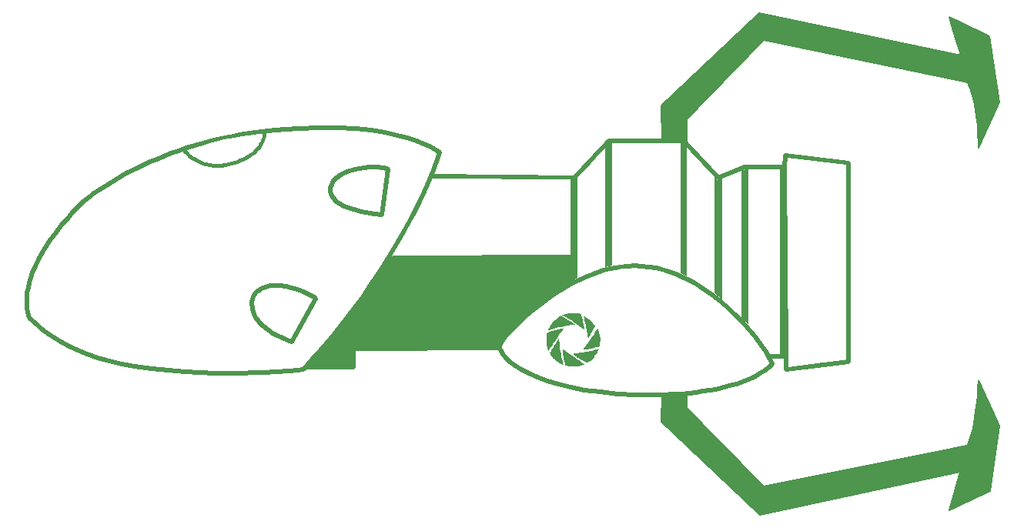
<source format=gto>
%TF.GenerationSoftware,KiCad,Pcbnew,8.0.5*%
%TF.CreationDate,2025-02-22T19:01:34-08:00*%
%TF.ProjectId,portal-gun,706f7274-616c-42d6-9775-6e2e6b696361,rev?*%
%TF.SameCoordinates,Original*%
%TF.FileFunction,Legend,Top*%
%TF.FilePolarity,Positive*%
%FSLAX46Y46*%
G04 Gerber Fmt 4.6, Leading zero omitted, Abs format (unit mm)*
G04 Created by KiCad (PCBNEW 8.0.5) date 2025-02-22 19:01:34*
%MOMM*%
%LPD*%
G01*
G04 APERTURE LIST*
%ADD10C,0.000000*%
%ADD11C,0.132291*%
%ADD12C,0.529166*%
%ADD13C,0.100000*%
G04 APERTURE END LIST*
D10*
G36*
X178506820Y-69205726D02*
G01*
X178506820Y-83351497D01*
X177791808Y-83003036D01*
X177791808Y-68691335D01*
X178032714Y-68691335D01*
X178506820Y-69205726D01*
G37*
G36*
X166506286Y-83513282D02*
G01*
X165706634Y-83919818D01*
X165706634Y-72711753D01*
X166309562Y-72711753D01*
X166506286Y-72507789D01*
X166506286Y-83513282D01*
G37*
G36*
X181865768Y-72735946D02*
G01*
X181990211Y-72769132D01*
X182366538Y-72623399D01*
X182366538Y-85865379D01*
X181529914Y-85197498D01*
X181529914Y-72391636D01*
X181865768Y-72735946D01*
G37*
G36*
X170279990Y-68695484D02*
G01*
X170279990Y-82176128D01*
X169532371Y-82364196D01*
X169532371Y-69222318D01*
X170014014Y-68687187D01*
X170279990Y-68695484D01*
G37*
G36*
X185232421Y-88636856D02*
G01*
X184484794Y-87815090D01*
X184484794Y-71762666D01*
X184894996Y-71591728D01*
X185232421Y-71589176D01*
X185232421Y-88636856D01*
G37*
G36*
X189644881Y-92093189D02*
G01*
X188721313Y-92088081D01*
X188721313Y-71364176D01*
X189528350Y-71364176D01*
X189644881Y-92093189D01*
G37*
G36*
X166107767Y-87364317D02*
G01*
X166232314Y-87372038D01*
X166357431Y-87384010D01*
X166479954Y-87399984D01*
X166596722Y-87419710D01*
X166651960Y-87430902D01*
X166704574Y-87442939D01*
X166735528Y-87450515D01*
X166763085Y-87457377D01*
X166787447Y-87463609D01*
X166808820Y-87469294D01*
X166818450Y-87471957D01*
X166827408Y-87474514D01*
X166835722Y-87476976D01*
X166843415Y-87479354D01*
X166850515Y-87481656D01*
X166857046Y-87483895D01*
X166863034Y-87486080D01*
X166868505Y-87488221D01*
X166873483Y-87490330D01*
X166877995Y-87492416D01*
X166882067Y-87494490D01*
X166885723Y-87496562D01*
X166888989Y-87498642D01*
X166891891Y-87500742D01*
X166894454Y-87502871D01*
X166896704Y-87505039D01*
X166898666Y-87507258D01*
X166900366Y-87509538D01*
X166901830Y-87511888D01*
X166903082Y-87514319D01*
X166904150Y-87516843D01*
X166905057Y-87519468D01*
X166905829Y-87522205D01*
X166906493Y-87525066D01*
X166927829Y-87614865D01*
X166970954Y-87791988D01*
X167032606Y-88051031D01*
X167090473Y-88308204D01*
X167142534Y-88552966D01*
X167186769Y-88774777D01*
X167221157Y-88963096D01*
X167243677Y-89107384D01*
X167249855Y-89159722D01*
X167252309Y-89197099D01*
X167250786Y-89218199D01*
X167248454Y-89222232D01*
X167245033Y-89221702D01*
X167199296Y-89190146D01*
X167110885Y-89129799D01*
X167040370Y-89080157D01*
X166936214Y-89004767D01*
X166812454Y-88913867D01*
X166683128Y-88817699D01*
X166440422Y-88637718D01*
X166219792Y-88477974D01*
X166015804Y-88334882D01*
X165823026Y-88204857D01*
X165636023Y-88084313D01*
X165449363Y-87969663D01*
X165257611Y-87857324D01*
X165055335Y-87743709D01*
X164865880Y-87638879D01*
X164855895Y-87633354D01*
X164813667Y-87609687D01*
X164844665Y-87596790D01*
X164955418Y-87553136D01*
X165067268Y-87513892D01*
X165180352Y-87479025D01*
X165294810Y-87448501D01*
X165410781Y-87422286D01*
X165528404Y-87400345D01*
X165647819Y-87382645D01*
X165769164Y-87369152D01*
X165819643Y-87365248D01*
X165873030Y-87362625D01*
X165986952Y-87361096D01*
X166107767Y-87364317D01*
G37*
G36*
X164659767Y-87696486D02*
G01*
X164681441Y-87703316D01*
X164745263Y-87730439D01*
X164832834Y-87773397D01*
X164939889Y-87829648D01*
X165195401Y-87971868D01*
X165477694Y-88136770D01*
X165752662Y-88304025D01*
X165986200Y-88453304D01*
X166076775Y-88514850D01*
X166144203Y-88564280D01*
X166184221Y-88599051D01*
X166192619Y-88610145D01*
X166192565Y-88616623D01*
X166187624Y-88619701D01*
X166179114Y-88623269D01*
X166152142Y-88631709D01*
X166113153Y-88641624D01*
X166063652Y-88652692D01*
X166005143Y-88664593D01*
X165939132Y-88677007D01*
X165867122Y-88689613D01*
X165790618Y-88702091D01*
X165396931Y-88766155D01*
X165037233Y-88829259D01*
X164707402Y-88892313D01*
X164403318Y-88956228D01*
X164120857Y-89021915D01*
X163855900Y-89090284D01*
X163604324Y-89162246D01*
X163362006Y-89238712D01*
X163311859Y-89255090D01*
X163270479Y-89268239D01*
X163254420Y-89273184D01*
X163242162Y-89276818D01*
X163234243Y-89278975D01*
X163232079Y-89279447D01*
X163231200Y-89279487D01*
X163231146Y-89276989D01*
X163232654Y-89271194D01*
X163239837Y-89250925D01*
X163251709Y-89221114D01*
X163267226Y-89184194D01*
X163292683Y-89126663D01*
X163305030Y-89098758D01*
X163325231Y-89055108D01*
X163344909Y-89014080D01*
X163396748Y-88913261D01*
X163452200Y-88814951D01*
X163511240Y-88719177D01*
X163573841Y-88625966D01*
X163639979Y-88535345D01*
X163709626Y-88447340D01*
X163782758Y-88361979D01*
X163859348Y-88279287D01*
X163939370Y-88199293D01*
X164022799Y-88122022D01*
X164109609Y-88047502D01*
X164199774Y-87975760D01*
X164293268Y-87906821D01*
X164390066Y-87840713D01*
X164490140Y-87777463D01*
X164593467Y-87717098D01*
X164601503Y-87712726D01*
X164609533Y-87708613D01*
X164617343Y-87704852D01*
X164624721Y-87701536D01*
X164628180Y-87700073D01*
X164631452Y-87698756D01*
X164634508Y-87697597D01*
X164637322Y-87696607D01*
X164639868Y-87695797D01*
X164642119Y-87695180D01*
X164644048Y-87694766D01*
X164645629Y-87694568D01*
X164659767Y-87696486D01*
G37*
G36*
X167166902Y-87721926D02*
G01*
X167167915Y-87722014D01*
X167170213Y-87722387D01*
X167172893Y-87723030D01*
X167175974Y-87723949D01*
X167179479Y-87725152D01*
X167183429Y-87726646D01*
X167187846Y-87728437D01*
X167192750Y-87730532D01*
X167198164Y-87732939D01*
X167204108Y-87735663D01*
X167217674Y-87742095D01*
X167233621Y-87749881D01*
X167252119Y-87759078D01*
X167273339Y-87769741D01*
X167297454Y-87781925D01*
X167384177Y-87827646D01*
X167469324Y-87876228D01*
X167552743Y-87927535D01*
X167634283Y-87981432D01*
X167713794Y-88037784D01*
X167791126Y-88096456D01*
X167866126Y-88157312D01*
X167938645Y-88220217D01*
X168008531Y-88285035D01*
X168075634Y-88351633D01*
X168139803Y-88419873D01*
X168200888Y-88489621D01*
X168258736Y-88560742D01*
X168313199Y-88633100D01*
X168364124Y-88706560D01*
X168411361Y-88780986D01*
X168430633Y-88812816D01*
X168269775Y-89101459D01*
X168179894Y-89261239D01*
X168095790Y-89407551D01*
X168016501Y-89541951D01*
X167941063Y-89665996D01*
X167868515Y-89781242D01*
X167797896Y-89889245D01*
X167728242Y-89991562D01*
X167658591Y-90089748D01*
X167628486Y-90131340D01*
X167596267Y-89910278D01*
X167553619Y-89635207D01*
X167503068Y-89338057D01*
X167387482Y-88723740D01*
X167327058Y-88429682D01*
X167267955Y-88159766D01*
X167212478Y-87925545D01*
X167162933Y-87738575D01*
X167161632Y-87733742D01*
X167161157Y-87731603D01*
X167160826Y-87729658D01*
X167160662Y-87727914D01*
X167160686Y-87726377D01*
X167160775Y-87725688D01*
X167160919Y-87725054D01*
X167161121Y-87724476D01*
X167161383Y-87723954D01*
X167161709Y-87723489D01*
X167162100Y-87723081D01*
X167162559Y-87722733D01*
X167163090Y-87722444D01*
X167163694Y-87722216D01*
X167164374Y-87722049D01*
X167165134Y-87721945D01*
X167165976Y-87721903D01*
X167166902Y-87721926D01*
G37*
G36*
X168669540Y-89014304D02*
G01*
X168672319Y-89016667D01*
X168676081Y-89021736D01*
X168680762Y-89029369D01*
X168692621Y-89051771D01*
X168707382Y-89082753D01*
X168724532Y-89121196D01*
X168743554Y-89165980D01*
X168763936Y-89215985D01*
X168785163Y-89270092D01*
X168820710Y-89367652D01*
X168852646Y-89466229D01*
X168880967Y-89565746D01*
X168905667Y-89666130D01*
X168926739Y-89767305D01*
X168944177Y-89869197D01*
X168957975Y-89971729D01*
X168968127Y-90074828D01*
X168974628Y-90178419D01*
X168977471Y-90282425D01*
X168976651Y-90386773D01*
X168972160Y-90491388D01*
X168963994Y-90596194D01*
X168952146Y-90701116D01*
X168936610Y-90806080D01*
X168917381Y-90911010D01*
X168907797Y-90958713D01*
X168903909Y-90977791D01*
X168900506Y-90994014D01*
X168897498Y-91007624D01*
X168896115Y-91013526D01*
X168894797Y-91018867D01*
X168893534Y-91023676D01*
X168892314Y-91027986D01*
X168891127Y-91031825D01*
X168889961Y-91035225D01*
X168888806Y-91038215D01*
X168887649Y-91040828D01*
X168886481Y-91043092D01*
X168885289Y-91045040D01*
X168884064Y-91046700D01*
X168882793Y-91048104D01*
X168881466Y-91049282D01*
X168880071Y-91050265D01*
X168878598Y-91051083D01*
X168877035Y-91051767D01*
X168875372Y-91052347D01*
X168873597Y-91052854D01*
X168869667Y-91053770D01*
X168865157Y-91054760D01*
X168849489Y-91058938D01*
X168821184Y-91067023D01*
X168742736Y-91090255D01*
X168520664Y-91153777D01*
X168287072Y-91214513D01*
X168050879Y-91270634D01*
X167821007Y-91320314D01*
X167606376Y-91361723D01*
X167415906Y-91393034D01*
X167258519Y-91412420D01*
X167195019Y-91417070D01*
X167143134Y-91418052D01*
X167019599Y-91415557D01*
X167065146Y-91359604D01*
X167130912Y-91278812D01*
X167395885Y-90949476D01*
X167628541Y-90651443D01*
X167833129Y-90378567D01*
X168013893Y-90124703D01*
X168175082Y-89883707D01*
X168320941Y-89649431D01*
X168455716Y-89415730D01*
X168583656Y-89176460D01*
X168641118Y-89065516D01*
X168659689Y-89029973D01*
X168667808Y-89014785D01*
X168668539Y-89014180D01*
X168669540Y-89014304D01*
G37*
G36*
X164832705Y-91351973D02*
G01*
X164837078Y-91353430D01*
X164842704Y-91355744D01*
X164849417Y-91358824D01*
X164865444Y-91366907D01*
X164883839Y-91376936D01*
X164903280Y-91388169D01*
X164922445Y-91399864D01*
X164940014Y-91411278D01*
X164947787Y-91416648D01*
X164954665Y-91421669D01*
X165044566Y-91487310D01*
X165174881Y-91578504D01*
X165355884Y-91702346D01*
X165597846Y-91865936D01*
X165902486Y-92071930D01*
X166169065Y-92254387D01*
X166444956Y-92445968D01*
X166777534Y-92679336D01*
X166918814Y-92778512D01*
X167043407Y-92865463D01*
X167137821Y-92930810D01*
X167188567Y-92965175D01*
X167247764Y-93003337D01*
X167224647Y-93015407D01*
X167123244Y-93063738D01*
X167014307Y-93107106D01*
X166898710Y-93145449D01*
X166777327Y-93178705D01*
X166651030Y-93206814D01*
X166520694Y-93229713D01*
X166387193Y-93247342D01*
X166251398Y-93259639D01*
X166114185Y-93266543D01*
X165976427Y-93267992D01*
X165838997Y-93263924D01*
X165702769Y-93254279D01*
X165568616Y-93238995D01*
X165437413Y-93218011D01*
X165310032Y-93191264D01*
X165187347Y-93158695D01*
X165145225Y-93146228D01*
X165126907Y-93084232D01*
X165079669Y-92906346D01*
X165029406Y-92686387D01*
X164978990Y-92440510D01*
X164931295Y-92184870D01*
X164889193Y-91935621D01*
X164855559Y-91708919D01*
X164833266Y-91520919D01*
X164830478Y-91486309D01*
X164827270Y-91446480D01*
X164825187Y-91387775D01*
X164825208Y-91384076D01*
X164825275Y-91380481D01*
X164825387Y-91377009D01*
X164825539Y-91373677D01*
X164825731Y-91370505D01*
X164825960Y-91367511D01*
X164826223Y-91364714D01*
X164826518Y-91362132D01*
X164826843Y-91359784D01*
X164827195Y-91357689D01*
X164827572Y-91355866D01*
X164827972Y-91354332D01*
X164828392Y-91353106D01*
X164828609Y-91352615D01*
X164828830Y-91352208D01*
X164829055Y-91351887D01*
X164829283Y-91351655D01*
X164829515Y-91351514D01*
X164829749Y-91351467D01*
X164832705Y-91351973D01*
G37*
G36*
X168780555Y-91379230D02*
G01*
X168734182Y-91489869D01*
X168683157Y-91598952D01*
X168627702Y-91706208D01*
X168568038Y-91811367D01*
X168504386Y-91914159D01*
X168436969Y-92014314D01*
X168366009Y-92111562D01*
X168291727Y-92205632D01*
X168214345Y-92296255D01*
X168134085Y-92383160D01*
X168051168Y-92466077D01*
X167965817Y-92544736D01*
X167878252Y-92618867D01*
X167788697Y-92688200D01*
X167697372Y-92752464D01*
X167604499Y-92811390D01*
X167573318Y-92830116D01*
X167514404Y-92803615D01*
X167437499Y-92769806D01*
X167335349Y-92725761D01*
X167245658Y-92686155D01*
X167154015Y-92643240D01*
X167061026Y-92597391D01*
X166967298Y-92548982D01*
X166873434Y-92498386D01*
X166780041Y-92445978D01*
X166687724Y-92392131D01*
X166597088Y-92337218D01*
X166508739Y-92281615D01*
X166423282Y-92225694D01*
X166341323Y-92169830D01*
X166263467Y-92114396D01*
X166190319Y-92059766D01*
X166122485Y-92006315D01*
X166060570Y-91954415D01*
X166005180Y-91904441D01*
X165997031Y-91896721D01*
X165994340Y-91894134D01*
X165989693Y-91889665D01*
X165983149Y-91883248D01*
X165980168Y-91880273D01*
X165977380Y-91877448D01*
X165974781Y-91874773D01*
X165972370Y-91872242D01*
X165970143Y-91869854D01*
X165968100Y-91867606D01*
X165966237Y-91865494D01*
X165964553Y-91863516D01*
X165963045Y-91861669D01*
X165961711Y-91859950D01*
X165960549Y-91858356D01*
X165959557Y-91856884D01*
X165958733Y-91855531D01*
X165958073Y-91854295D01*
X165957577Y-91853172D01*
X165957390Y-91852652D01*
X165957242Y-91852159D01*
X165957134Y-91851693D01*
X165957066Y-91851254D01*
X165957036Y-91850841D01*
X165957046Y-91850453D01*
X165957094Y-91850091D01*
X165957180Y-91849755D01*
X165957304Y-91849442D01*
X165957467Y-91849154D01*
X165957666Y-91848891D01*
X165957903Y-91848650D01*
X165958177Y-91848433D01*
X165958487Y-91848239D01*
X165958834Y-91848067D01*
X165959217Y-91847918D01*
X165959635Y-91847790D01*
X165960090Y-91847684D01*
X165961104Y-91847534D01*
X165962257Y-91847465D01*
X166073882Y-91836816D01*
X166288494Y-91812641D01*
X166525567Y-91784304D01*
X166704574Y-91761169D01*
X166903767Y-91731135D01*
X167115401Y-91695754D01*
X167335984Y-91655726D01*
X167562026Y-91611753D01*
X167790035Y-91564535D01*
X168016520Y-91514773D01*
X168237988Y-91463169D01*
X168450950Y-91410423D01*
X168712714Y-91343734D01*
X168719312Y-91342230D01*
X168726564Y-91340787D01*
X168734232Y-91339440D01*
X168742080Y-91338223D01*
X168749869Y-91337171D01*
X168757361Y-91336319D01*
X168764320Y-91335700D01*
X168770507Y-91335350D01*
X168798278Y-91334362D01*
X168780555Y-91379230D01*
G37*
G36*
X164427739Y-90196486D02*
G01*
X164432496Y-90207358D01*
X164437103Y-90224987D01*
X164446608Y-90283958D01*
X164457739Y-90380283D01*
X164490821Y-90712543D01*
X164522385Y-91002795D01*
X164559397Y-91288212D01*
X164601840Y-91568702D01*
X164649697Y-91844173D01*
X164702951Y-92114534D01*
X164761585Y-92379693D01*
X164825580Y-92639560D01*
X164894920Y-92894043D01*
X164914929Y-92965037D01*
X164923308Y-92995547D01*
X164930395Y-93021947D01*
X164936035Y-93043645D01*
X164940070Y-93060052D01*
X164942344Y-93070578D01*
X164942773Y-93073452D01*
X164942702Y-93074634D01*
X164940238Y-93074584D01*
X164934592Y-93073032D01*
X164914972Y-93065947D01*
X164886272Y-93054423D01*
X164850925Y-93039505D01*
X164770009Y-93003662D01*
X164729303Y-92984827D01*
X164691673Y-92966774D01*
X164600758Y-92920065D01*
X164511270Y-92869892D01*
X164423344Y-92816377D01*
X164337113Y-92759641D01*
X164252713Y-92699806D01*
X164170279Y-92636996D01*
X164089944Y-92571331D01*
X164011844Y-92502935D01*
X163936113Y-92431928D01*
X163862886Y-92358434D01*
X163792298Y-92282574D01*
X163724483Y-92204471D01*
X163659576Y-92124246D01*
X163597712Y-92042023D01*
X163539025Y-91957922D01*
X163483649Y-91872066D01*
X163467782Y-91846236D01*
X163461521Y-91835561D01*
X163456359Y-91826078D01*
X163454187Y-91821711D01*
X163452285Y-91817557D01*
X163450652Y-91813587D01*
X163449286Y-91809771D01*
X163448187Y-91806083D01*
X163447351Y-91802493D01*
X163446779Y-91798973D01*
X163446469Y-91795495D01*
X163446418Y-91792030D01*
X163446626Y-91788549D01*
X163447091Y-91785024D01*
X163447811Y-91781427D01*
X163448786Y-91777730D01*
X163450013Y-91773903D01*
X163451491Y-91769918D01*
X163452894Y-91766531D01*
X163453219Y-91765747D01*
X163457418Y-91756733D01*
X163462598Y-91746633D01*
X163475852Y-91722263D01*
X163482848Y-91709305D01*
X163490335Y-91695025D01*
X163505857Y-91664372D01*
X163520557Y-91634060D01*
X163527018Y-91620205D01*
X163532577Y-91607845D01*
X163565002Y-91537481D01*
X163604008Y-91458825D01*
X163698505Y-91281905D01*
X163809565Y-91087629D01*
X163930683Y-90886541D01*
X164055355Y-90689184D01*
X164177076Y-90506103D01*
X164289343Y-90347840D01*
X164339898Y-90281311D01*
X164385650Y-90224941D01*
X164403498Y-90203349D01*
X164410711Y-90195802D01*
X164417032Y-90191569D01*
X164422646Y-90191510D01*
X164427739Y-90196486D01*
G37*
G36*
X164918784Y-89127315D02*
G01*
X164896557Y-89163439D01*
X164873408Y-89199584D01*
X164847958Y-89237714D01*
X164818824Y-89279791D01*
X164784626Y-89327780D01*
X164743984Y-89383645D01*
X164637840Y-89526855D01*
X164435826Y-89801165D01*
X164241238Y-90072596D01*
X164056117Y-90338079D01*
X163882509Y-90594548D01*
X163722458Y-90838933D01*
X163578008Y-91068167D01*
X163451202Y-91279182D01*
X163344085Y-91468910D01*
X163330059Y-91494920D01*
X163324350Y-91504997D01*
X163319285Y-91512960D01*
X163314695Y-91518690D01*
X163312526Y-91520680D01*
X163310412Y-91522067D01*
X163308332Y-91522835D01*
X163306266Y-91522970D01*
X163304191Y-91522456D01*
X163302088Y-91521279D01*
X163299935Y-91519423D01*
X163297710Y-91516873D01*
X163292963Y-91509633D01*
X163287677Y-91499437D01*
X163281685Y-91486166D01*
X163266904Y-91449916D01*
X163247268Y-91399921D01*
X163207565Y-91293106D01*
X163172074Y-91185099D01*
X163140805Y-91076037D01*
X163113767Y-90966058D01*
X163090969Y-90855302D01*
X163072422Y-90743905D01*
X163058135Y-90632007D01*
X163048117Y-90519745D01*
X163042379Y-90407257D01*
X163041120Y-90309531D01*
X163040929Y-90294682D01*
X163043778Y-90182157D01*
X163050936Y-90069822D01*
X163062411Y-89957813D01*
X163078214Y-89846269D01*
X163098353Y-89735328D01*
X163122840Y-89625129D01*
X163131333Y-89590567D01*
X163135022Y-89576545D01*
X163138546Y-89564436D01*
X163142063Y-89554043D01*
X163143866Y-89549429D01*
X163145726Y-89545171D01*
X163147662Y-89541244D01*
X163149692Y-89537623D01*
X163151838Y-89534285D01*
X163154117Y-89531205D01*
X163156550Y-89528358D01*
X163159155Y-89525720D01*
X163161954Y-89523266D01*
X163164964Y-89520972D01*
X163168205Y-89518814D01*
X163171697Y-89516766D01*
X163175460Y-89514806D01*
X163179512Y-89512907D01*
X163188563Y-89509197D01*
X163199007Y-89505442D01*
X163224693Y-89497013D01*
X163255124Y-89486937D01*
X163293582Y-89473847D01*
X163335142Y-89459437D01*
X163374877Y-89445400D01*
X163550896Y-89385352D01*
X163731381Y-89329257D01*
X163914470Y-89277566D01*
X164098298Y-89230726D01*
X164281001Y-89189189D01*
X164460715Y-89153402D01*
X164635575Y-89123816D01*
X164803718Y-89100879D01*
X164810001Y-89100241D01*
X164818007Y-89099595D01*
X164837871Y-89098354D01*
X164860681Y-89097296D01*
X164883811Y-89096561D01*
X164938140Y-89095279D01*
X164918784Y-89127315D01*
G37*
D11*
X208603110Y-59073828D02*
X207965030Y-56921336D01*
X207530971Y-55441498D01*
X207343383Y-54768844D01*
X211725044Y-56904905D01*
X212864280Y-64189420D01*
X210541991Y-69206422D01*
X210546956Y-68508951D01*
X210524087Y-67730500D01*
X210497834Y-67261084D01*
X210458471Y-66748584D01*
X210403575Y-66200783D01*
X210330724Y-65625462D01*
X210237494Y-65030405D01*
X210121462Y-64423393D01*
X209980206Y-63812210D01*
X209811302Y-63204637D01*
X209715724Y-62904636D01*
X209612327Y-62608456D01*
X209500806Y-62317070D01*
X209380859Y-62031451D01*
X186957694Y-57354025D01*
X178512038Y-66051626D01*
X178506820Y-68430940D01*
X175740638Y-68430940D01*
X175707778Y-64561861D01*
X186453803Y-54352587D01*
X208603110Y-59073828D01*
G36*
X208603110Y-59073828D02*
G01*
X207965030Y-56921336D01*
X207530971Y-55441498D01*
X207343383Y-54768844D01*
X211725044Y-56904905D01*
X212864280Y-64189420D01*
X210541991Y-69206422D01*
X210546956Y-68508951D01*
X210524087Y-67730500D01*
X210497834Y-67261084D01*
X210458471Y-66748584D01*
X210403575Y-66200783D01*
X210330724Y-65625462D01*
X210237494Y-65030405D01*
X210121462Y-64423393D01*
X209980206Y-63812210D01*
X209811302Y-63204637D01*
X209715724Y-62904636D01*
X209612327Y-62608456D01*
X209500806Y-62317070D01*
X209380859Y-62031451D01*
X186957694Y-57354025D01*
X178512038Y-66051626D01*
X178506820Y-68430940D01*
X175740638Y-68430940D01*
X175707778Y-64561861D01*
X186453803Y-54352587D01*
X208603110Y-59073828D01*
G37*
X212876601Y-99765438D02*
X211808570Y-106939045D01*
X207394042Y-109110706D01*
X208568885Y-104820781D01*
X186531860Y-109573520D01*
X175673553Y-99338226D01*
X175749267Y-96367214D01*
X178521568Y-96204677D01*
X178506021Y-97023832D01*
X178499088Y-97587001D01*
X178499479Y-97772591D01*
X178503829Y-97842987D01*
X186959068Y-106494030D01*
X209316505Y-101972705D01*
X209415663Y-101789045D01*
X209509636Y-101586265D01*
X209682560Y-101129892D01*
X209836345Y-100616675D01*
X209972060Y-100059704D01*
X210090775Y-99472070D01*
X210193557Y-98866861D01*
X210281478Y-98257167D01*
X210355604Y-97656078D01*
X210466753Y-96532073D01*
X210535557Y-95599562D01*
X210580337Y-94727893D01*
X212876601Y-99765438D01*
G36*
X212876601Y-99765438D02*
G01*
X211808570Y-106939045D01*
X207394042Y-109110706D01*
X208568885Y-104820781D01*
X186531860Y-109573520D01*
X175673553Y-99338226D01*
X175749267Y-96367214D01*
X178521568Y-96204677D01*
X178506021Y-97023832D01*
X178499088Y-97587001D01*
X178499479Y-97772591D01*
X178503829Y-97842987D01*
X186959068Y-106494030D01*
X209316505Y-101972705D01*
X209415663Y-101789045D01*
X209509636Y-101586265D01*
X209682560Y-101129892D01*
X209836345Y-100616675D01*
X209972060Y-100059704D01*
X210090775Y-99472070D01*
X210193557Y-98866861D01*
X210281478Y-98257167D01*
X210355604Y-97656078D01*
X210466753Y-96532073D01*
X210535557Y-95599562D01*
X210580337Y-94727893D01*
X212876601Y-99765438D01*
G37*
D12*
X132029960Y-67577064D02*
X132017570Y-67709241D01*
X131989064Y-67883539D01*
X131938002Y-68093754D01*
X131857947Y-68333686D01*
X131742460Y-68597131D01*
X131585102Y-68877888D01*
X131488709Y-69022820D01*
X131379434Y-69169755D01*
X131256472Y-69317916D01*
X131119018Y-69466529D01*
X130966267Y-69614818D01*
X130797415Y-69762008D01*
X130611657Y-69907323D01*
X130408187Y-70049990D01*
X130186201Y-70189231D01*
X129944894Y-70324273D01*
X129683462Y-70454339D01*
X129401099Y-70578654D01*
X129097000Y-70696444D01*
X128770362Y-70806932D01*
X128420378Y-70909344D01*
X128046245Y-71002905D01*
X127755813Y-71061886D01*
X127474014Y-71103932D01*
X127200886Y-71130029D01*
X126936469Y-71141167D01*
X126680799Y-71138332D01*
X126433917Y-71122513D01*
X126195861Y-71094698D01*
X125966668Y-71055873D01*
X125746377Y-71007028D01*
X125535028Y-70949150D01*
X125332658Y-70883227D01*
X125139306Y-70810246D01*
X124955011Y-70731196D01*
X124779811Y-70647064D01*
X124613744Y-70558838D01*
X124456849Y-70467506D01*
X124309164Y-70374057D01*
X124170729Y-70279477D01*
X124041581Y-70184755D01*
X123921759Y-70090878D01*
X123710247Y-69909612D01*
X123536501Y-69743582D01*
X123400829Y-69600691D01*
X123303539Y-69488842D01*
X123225337Y-69389879D01*
X124804183Y-68890300D01*
X126197266Y-68479013D01*
X126875418Y-68295174D01*
X127476812Y-68149559D01*
X128101653Y-68025485D01*
X128819103Y-67903401D01*
X129574939Y-67787793D01*
X130314941Y-67683146D01*
X131530548Y-67524677D01*
X132032146Y-67463880D01*
X132029960Y-67577064D01*
X173522664Y-82204502D02*
X174309248Y-82287328D01*
X175082267Y-82421166D01*
X175840891Y-82602575D01*
X176584293Y-82828114D01*
X177311643Y-83094342D01*
X178022113Y-83397816D01*
X178714875Y-83735098D01*
X179389100Y-84102744D01*
X180043959Y-84497314D01*
X181292265Y-85353463D01*
X182453166Y-86276016D01*
X183520032Y-87237443D01*
X184486235Y-88210215D01*
X185345146Y-89166804D01*
X186090137Y-90079682D01*
X186714579Y-90921318D01*
X187211843Y-91664185D01*
X187575301Y-92280753D01*
X187798323Y-92743494D01*
X187874282Y-93024879D01*
X187722382Y-93182887D01*
X187519308Y-93363373D01*
X187219752Y-93596382D01*
X187031044Y-93729036D01*
X186814915Y-93870564D01*
X186570266Y-94019548D01*
X186295997Y-94174569D01*
X185991008Y-94334209D01*
X185654199Y-94497049D01*
X185284469Y-94661670D01*
X184880720Y-94826654D01*
X184441852Y-94990582D01*
X183966763Y-95152035D01*
X183454355Y-95309595D01*
X182903527Y-95461843D01*
X182313180Y-95607360D01*
X181682213Y-95744727D01*
X181009527Y-95872527D01*
X180294021Y-95989340D01*
X179534597Y-96093748D01*
X178730153Y-96184332D01*
X177879590Y-96259673D01*
X176981808Y-96318353D01*
X176035707Y-96358952D01*
X175040187Y-96380053D01*
X173994149Y-96380237D01*
X172896491Y-96358085D01*
X170845348Y-96254525D01*
X168971409Y-96078619D01*
X167268483Y-95839323D01*
X165730377Y-95545588D01*
X164350901Y-95206368D01*
X163123863Y-94830618D01*
X162043071Y-94427288D01*
X161102333Y-94005334D01*
X160295459Y-93573709D01*
X159616256Y-93141365D01*
X159058533Y-92717257D01*
X158616098Y-92310337D01*
X158282760Y-91929558D01*
X158052328Y-91583875D01*
X157918608Y-91282240D01*
X157875411Y-91033607D01*
X157897242Y-90928218D01*
X157961787Y-90784326D01*
X158213349Y-90392014D01*
X158618744Y-89878627D01*
X159166624Y-89266119D01*
X159845638Y-88576445D01*
X160644434Y-87831559D01*
X161551663Y-87053417D01*
X162555973Y-86263972D01*
X163646015Y-85485181D01*
X164219638Y-85106641D01*
X164810438Y-84738998D01*
X165416995Y-84384995D01*
X166037891Y-84047377D01*
X166671707Y-83728888D01*
X167317024Y-83432273D01*
X167972423Y-83160277D01*
X168636486Y-82915642D01*
X169307794Y-82701114D01*
X169984927Y-82519437D01*
X170666467Y-82373356D01*
X171350996Y-82265614D01*
X172037094Y-82198957D01*
X172723342Y-82176128D01*
X173522664Y-82204502D01*
X189375000Y-92105098D02*
X187485358Y-92108276D01*
X189375000Y-93618145D02*
X189375000Y-92105098D01*
X196271270Y-92728119D02*
X189375000Y-93618145D01*
X196289069Y-70869096D02*
X196271270Y-92728119D01*
X189300000Y-70025000D02*
X196289069Y-70869096D01*
X189275000Y-71331911D02*
X189300000Y-70025000D01*
X184844970Y-71326107D02*
X189275000Y-71331911D01*
X182000106Y-72500049D02*
X184844970Y-71326107D01*
X178136924Y-68430940D02*
X182000106Y-72500049D01*
X169912132Y-68430940D02*
X178136924Y-68430940D01*
X166146041Y-72500049D02*
X169912132Y-68430940D01*
X150348239Y-72360674D02*
X166146041Y-72500049D01*
X141851791Y-91256004D02*
X157892749Y-91185188D01*
X141851791Y-93321556D02*
X141851791Y-91256004D01*
X136522590Y-93368042D02*
X141851791Y-93321556D01*
X133666977Y-84352710D02*
X133925819Y-84377225D01*
X134183925Y-84413250D01*
X134440291Y-84459611D01*
X134693916Y-84515136D01*
X134943799Y-84578654D01*
X135428329Y-84724979D01*
X135885868Y-84889206D01*
X136308403Y-85061961D01*
X136687918Y-85233865D01*
X137016401Y-85395541D01*
X137488214Y-85650702D01*
X137659732Y-85752426D01*
X135019141Y-90514152D01*
X134794769Y-90438431D01*
X134212433Y-90210306D01*
X133829583Y-90038642D01*
X133408308Y-89828336D01*
X132965628Y-89579209D01*
X132518566Y-89291079D01*
X132298711Y-89132332D01*
X132084144Y-88963768D01*
X131876992Y-88785362D01*
X131679383Y-88597094D01*
X131493444Y-88398939D01*
X131321304Y-88190877D01*
X131165090Y-87972884D01*
X131026930Y-87744938D01*
X130908951Y-87507016D01*
X130813282Y-87259095D01*
X130742049Y-87001154D01*
X130697381Y-86733170D01*
X130681406Y-86455119D01*
X130696251Y-86166981D01*
X130744043Y-85868731D01*
X130826911Y-85560348D01*
X130847683Y-85502975D01*
X130872176Y-85447568D01*
X130900145Y-85394064D01*
X130931348Y-85342401D01*
X130965541Y-85292517D01*
X131002481Y-85244350D01*
X131041926Y-85197837D01*
X131083631Y-85152916D01*
X131127355Y-85109524D01*
X131172852Y-85067600D01*
X131219882Y-85027080D01*
X131268199Y-84987902D01*
X131317562Y-84950004D01*
X131367727Y-84913324D01*
X131469489Y-84843368D01*
X131689892Y-84711558D01*
X131918572Y-84601806D01*
X132154529Y-84512941D01*
X132396761Y-84443789D01*
X132644265Y-84393178D01*
X132896041Y-84359937D01*
X133151085Y-84342894D01*
X133408398Y-84340875D01*
X133666977Y-84352710D01*
X144566448Y-71335825D02*
X144996944Y-71380442D01*
X145190814Y-71413478D01*
X145368340Y-71453481D01*
X145527953Y-71500311D01*
X145668082Y-71553829D01*
X144975471Y-76575283D01*
X144089411Y-76477884D01*
X143660225Y-76413585D01*
X143181199Y-76328742D01*
X142668946Y-76221070D01*
X142140079Y-76088288D01*
X141611212Y-75928113D01*
X141098958Y-75738261D01*
X140854253Y-75631493D01*
X140619932Y-75516450D01*
X140398071Y-75392847D01*
X140190747Y-75260398D01*
X140000036Y-75118817D01*
X139828016Y-74967821D01*
X139676763Y-74807122D01*
X139548353Y-74636436D01*
X139444864Y-74455478D01*
X139368372Y-74263961D01*
X139320954Y-74061602D01*
X139304687Y-73848114D01*
X139319010Y-73629657D01*
X139360932Y-73422060D01*
X139428885Y-73225181D01*
X139521298Y-73038883D01*
X139636603Y-72863027D01*
X139773229Y-72697472D01*
X139929608Y-72542081D01*
X140104170Y-72396715D01*
X140295345Y-72261234D01*
X140501565Y-72135499D01*
X140721260Y-72019372D01*
X140952859Y-71912713D01*
X141194795Y-71815383D01*
X141445498Y-71727244D01*
X141703397Y-71648156D01*
X141966924Y-71577980D01*
X142504584Y-71463810D01*
X143045922Y-71383622D01*
X143578382Y-71336303D01*
X144089409Y-71320741D01*
X144566448Y-71335825D01*
X140160499Y-66974917D02*
X142072625Y-67085175D01*
X143785030Y-67271029D01*
X145304090Y-67516243D01*
X146636181Y-67804580D01*
X147787677Y-68119803D01*
X148764956Y-68445675D01*
X149574392Y-68765960D01*
X150222361Y-69064421D01*
X151059400Y-69530923D01*
X151327079Y-69715290D01*
X151165170Y-70215421D01*
X150638336Y-71642786D01*
X150218804Y-72669948D01*
X149684920Y-73887838D01*
X149028976Y-75282764D01*
X148243264Y-76841033D01*
X147320078Y-78548951D01*
X146251710Y-80392825D01*
X145030453Y-82358963D01*
X143648600Y-84433670D01*
X142895041Y-85507458D01*
X142098443Y-86603254D01*
X141257842Y-87719345D01*
X140372276Y-88854021D01*
X139440779Y-90005569D01*
X138462390Y-91172279D01*
X137436145Y-92352438D01*
X136361079Y-93544334D01*
X134889950Y-93710048D01*
X133167460Y-93847946D01*
X132093441Y-93910458D01*
X130890507Y-93960986D01*
X129568361Y-93993759D01*
X128136705Y-94003007D01*
X126605240Y-93982959D01*
X124983669Y-93927844D01*
X123281692Y-93831893D01*
X121509013Y-93689336D01*
X119675333Y-93494400D01*
X117790353Y-93241317D01*
X116320228Y-92981485D01*
X114957566Y-92663011D01*
X113700626Y-92296300D01*
X112547668Y-91891757D01*
X111496950Y-91459786D01*
X110546733Y-91010791D01*
X109695274Y-90555178D01*
X108940834Y-90103350D01*
X108281670Y-89665713D01*
X107716044Y-89252670D01*
X106858436Y-88541987D01*
X106189062Y-87873558D01*
X106046113Y-87335777D01*
X105956049Y-86791722D01*
X105915699Y-86242926D01*
X105921892Y-85690918D01*
X105971458Y-85137230D01*
X106061227Y-84583392D01*
X106188027Y-84030936D01*
X106348689Y-83481393D01*
X106540041Y-82936294D01*
X106758914Y-82397169D01*
X107266538Y-81342968D01*
X107846197Y-80331038D01*
X108472526Y-79373626D01*
X109120162Y-78482981D01*
X109763738Y-77671351D01*
X110377893Y-76950983D01*
X110937260Y-76334126D01*
X112119575Y-75146766D01*
X112426115Y-74894340D01*
X112805897Y-74600462D01*
X113333673Y-74214055D01*
X114007180Y-73749554D01*
X114824158Y-73221396D01*
X115782345Y-72644017D01*
X116879478Y-72031853D01*
X118113298Y-71399340D01*
X118780759Y-71079963D01*
X119481542Y-70760913D01*
X120215367Y-70443993D01*
X120981949Y-70131008D01*
X121781007Y-69823763D01*
X122612258Y-69524063D01*
X123475419Y-69233710D01*
X124370207Y-68954511D01*
X125296340Y-68688270D01*
X126253534Y-68436790D01*
X127241508Y-68201877D01*
X128259979Y-67985336D01*
X129308663Y-67788970D01*
X130387279Y-67614584D01*
X133162043Y-67260089D01*
X135711584Y-67046138D01*
X138042278Y-66956493D01*
X140160499Y-66974917D01*
D10*
G36*
X165706634Y-83919818D02*
G01*
X164896816Y-84443053D01*
X163999069Y-85068098D01*
X162874562Y-85909649D01*
X162251134Y-86405574D01*
X161599647Y-86948376D01*
X160929646Y-87535639D01*
X160250673Y-88164945D01*
X159572273Y-88833879D01*
X158903990Y-89540024D01*
X158255367Y-90280963D01*
X157635947Y-91054279D01*
X141848479Y-91067760D01*
X141809589Y-91124919D01*
X141781977Y-91165090D01*
X141772255Y-91178952D01*
X141767589Y-91185188D01*
X141762923Y-91192051D01*
X141753200Y-91207562D01*
X141725589Y-91252739D01*
X141686698Y-91317176D01*
X141646247Y-93063102D01*
X137048873Y-93110290D01*
X146186706Y-81019264D01*
X165706634Y-80938327D01*
X165706634Y-83919818D01*
G37*
D13*
X196173807Y-83024353D02*
X196173809Y-83024353D01*
%LPC*%
G36*
X165700178Y-72689468D02*
G01*
X165700760Y-72690053D01*
X165700760Y-80917453D01*
X165700177Y-80918038D01*
X146179254Y-80998979D01*
X146178675Y-80997969D01*
X146939760Y-79710376D01*
X147615586Y-78516173D01*
X148217782Y-77402440D01*
X148757613Y-76356875D01*
X149246384Y-75367108D01*
X149695391Y-74420788D01*
X150519410Y-72608801D01*
X150519908Y-72608482D01*
X165700178Y-72689468D01*
G37*
G36*
X131858443Y-67651666D02*
G01*
X131850996Y-67750094D01*
X131850991Y-67750132D01*
X131833455Y-67864799D01*
X131833448Y-67864834D01*
X131799339Y-68016349D01*
X131799330Y-68016386D01*
X131743137Y-68199562D01*
X131743123Y-68199601D01*
X131659330Y-68409241D01*
X131659312Y-68409281D01*
X131542408Y-68640192D01*
X131542385Y-68640232D01*
X131386857Y-68887213D01*
X131386836Y-68887243D01*
X131292861Y-69015145D01*
X131292846Y-69015164D01*
X131187149Y-69145134D01*
X131187133Y-69145152D01*
X131069024Y-69276543D01*
X131069007Y-69276561D01*
X130937796Y-69408723D01*
X130937778Y-69408740D01*
X130792777Y-69541026D01*
X130792758Y-69541042D01*
X130633277Y-69672801D01*
X130633258Y-69672816D01*
X130458607Y-69803399D01*
X130458588Y-69803413D01*
X130268080Y-69932171D01*
X130268061Y-69932184D01*
X130061006Y-70058468D01*
X130060986Y-70058479D01*
X129836686Y-70181645D01*
X129594452Y-70301043D01*
X129333604Y-70416018D01*
X129053454Y-70525921D01*
X128753313Y-70630103D01*
X128432491Y-70727915D01*
X128090296Y-70818709D01*
X127817347Y-70878911D01*
X127817323Y-70878916D01*
X127552194Y-70923593D01*
X127552169Y-70923597D01*
X127294907Y-70953644D01*
X127294882Y-70953646D01*
X127045544Y-70969955D01*
X127045518Y-70969956D01*
X126804159Y-70973420D01*
X126804133Y-70973420D01*
X126570810Y-70964931D01*
X126570785Y-70964929D01*
X126345553Y-70945381D01*
X126345529Y-70945378D01*
X126128444Y-70915662D01*
X126128420Y-70915658D01*
X125919540Y-70876668D01*
X125919517Y-70876663D01*
X125718896Y-70829291D01*
X125718874Y-70829285D01*
X125526557Y-70774421D01*
X125342603Y-70712956D01*
X125167077Y-70645786D01*
X125000037Y-70573805D01*
X124841536Y-70497905D01*
X124691632Y-70418978D01*
X124550380Y-70337920D01*
X124417836Y-70255620D01*
X124294057Y-70172972D01*
X124179090Y-70090866D01*
X123975868Y-69931879D01*
X123975847Y-69931862D01*
X123808576Y-69785771D01*
X123808558Y-69785755D01*
X123677670Y-69659687D01*
X123583619Y-69560791D01*
X123583603Y-69560773D01*
X123507484Y-69472689D01*
X123507780Y-69471651D01*
X125015615Y-68999570D01*
X126340913Y-68611763D01*
X126983479Y-68438841D01*
X127550563Y-68302360D01*
X128142821Y-68185103D01*
X128821825Y-68069423D01*
X129536503Y-67959651D01*
X130235777Y-67860118D01*
X131383805Y-67709111D01*
X131857758Y-67651013D01*
X131858443Y-67651666D01*
G37*
G36*
X196025496Y-71099052D02*
G01*
X196026000Y-71099620D01*
X196026000Y-92500378D01*
X196025500Y-92500945D01*
X189649677Y-93301048D01*
X189649000Y-93300451D01*
X189649000Y-91850254D01*
X189643921Y-91840899D01*
X189643860Y-91840659D01*
X189527350Y-71589163D01*
X189527351Y-71589126D01*
X189549000Y-71274960D01*
X189549000Y-70324550D01*
X189549672Y-70323954D01*
X196025496Y-71099052D01*
G37*
G36*
X181530772Y-72391087D02*
G01*
X181530914Y-72391444D01*
X181530914Y-85198112D01*
X181529820Y-85198667D01*
X181202088Y-84959510D01*
X180888466Y-84739076D01*
X180306152Y-84351622D01*
X180306152Y-84351621D01*
X179790754Y-84032746D01*
X179350446Y-83779123D01*
X178993605Y-83587552D01*
X178728462Y-83454745D01*
X178506136Y-83352283D01*
X178505820Y-83351790D01*
X178505820Y-69205048D01*
X178507079Y-69204546D01*
X181530772Y-72391087D01*
G37*
G36*
X177792808Y-68690921D02*
G01*
X177792808Y-83003566D01*
X177791931Y-83004161D01*
X177372261Y-82837584D01*
X176894670Y-82666437D01*
X176602401Y-82569615D01*
X176602401Y-82569616D01*
X176279612Y-82469380D01*
X175930183Y-82368804D01*
X175930183Y-82368803D01*
X175557990Y-82270959D01*
X175166915Y-82178917D01*
X175166915Y-82178918D01*
X174760749Y-82095733D01*
X174343413Y-82024483D01*
X173918793Y-81968242D01*
X173704927Y-81946703D01*
X173490705Y-81930068D01*
X173490705Y-81930069D01*
X173276557Y-81918716D01*
X173063001Y-81913033D01*
X172851396Y-81913656D01*
X172851397Y-81913657D01*
X172629168Y-81920227D01*
X172629167Y-81920226D01*
X172166422Y-81947919D01*
X171701489Y-81989552D01*
X171261099Y-82038564D01*
X170561051Y-82132459D01*
X170561052Y-82132460D01*
X170279692Y-82177188D01*
X170278990Y-82176589D01*
X170278990Y-68695070D01*
X170279575Y-68694484D01*
X177792222Y-68690335D01*
X177792808Y-68690921D01*
G37*
G36*
X188722313Y-71588762D02*
G01*
X188722313Y-91838494D01*
X188721731Y-91839079D01*
X187636461Y-91844190D01*
X187636003Y-91843935D01*
X187453642Y-91546896D01*
X187262126Y-91251558D01*
X187064222Y-90960136D01*
X186862826Y-90675056D01*
X186461233Y-90133759D01*
X186080547Y-89647125D01*
X185744003Y-89234666D01*
X185744003Y-89234665D01*
X185474872Y-88915930D01*
X185231549Y-88637377D01*
X185231421Y-88637037D01*
X185231421Y-71590595D01*
X185232006Y-71590009D01*
X188721727Y-71588176D01*
X188722313Y-71588762D01*
G37*
G36*
X169533370Y-69221647D02*
G01*
X169546720Y-75793257D01*
X169533370Y-82364538D01*
X169532954Y-82365077D01*
X169275175Y-82432756D01*
X169013320Y-82509801D01*
X169013321Y-82509802D01*
X168487789Y-82684691D01*
X167979322Y-82874551D01*
X167511198Y-83064108D01*
X167511199Y-83064109D01*
X167106597Y-83238127D01*
X166788826Y-83381319D01*
X166506215Y-83514421D01*
X166505286Y-83513832D01*
X166505286Y-72507602D01*
X166505421Y-72507253D01*
X168005242Y-70864378D01*
X169043794Y-69734993D01*
X169391403Y-69362797D01*
X169532133Y-69221139D01*
X169533370Y-69221647D01*
G37*
G36*
X184485794Y-71762134D02*
G01*
X184485794Y-87815752D01*
X184484576Y-87816269D01*
X183938896Y-87290171D01*
X183485745Y-86861897D01*
X183485745Y-86861896D01*
X183118703Y-86522600D01*
X183118703Y-86522601D01*
X182831766Y-86263842D01*
X182474408Y-85954358D01*
X182365732Y-85866013D01*
X182365538Y-85865605D01*
X182365538Y-72622169D01*
X182365879Y-72621662D01*
X184484911Y-71761539D01*
X184485794Y-71762134D01*
G37*
%LPD*%
M02*

</source>
